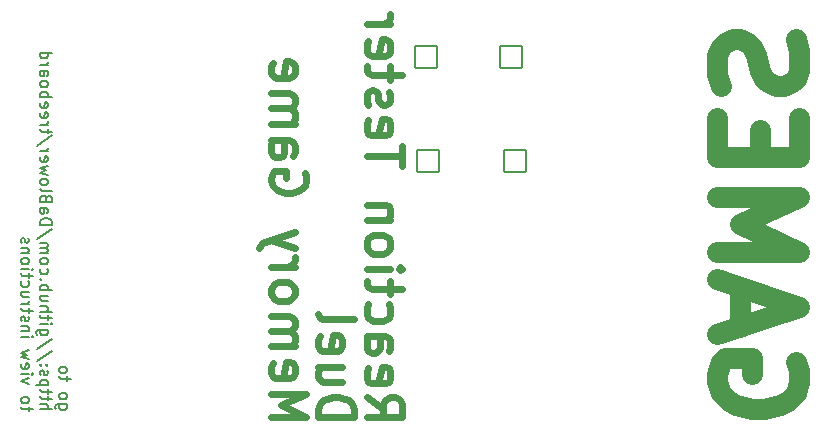
<source format=gbo>
%TF.GenerationSoftware,KiCad,Pcbnew,8.0.7*%
%TF.CreationDate,2025-06-28T19:36:39+10:00*%
%TF.ProjectId,fidget,66696467-6574-42e6-9b69-6361645f7063,rev?*%
%TF.SameCoordinates,Original*%
%TF.FileFunction,Legend,Bot*%
%TF.FilePolarity,Positive*%
%FSLAX46Y46*%
G04 Gerber Fmt 4.6, Leading zero omitted, Abs format (unit mm)*
G04 Created by KiCad (PCBNEW 8.0.7) date 2025-06-28 19:36:39*
%MOMM*%
%LPD*%
G01*
G04 APERTURE LIST*
G04 Aperture macros list*
%AMRoundRect*
0 Rectangle with rounded corners*
0 $1 Rounding radius*
0 $2 $3 $4 $5 $6 $7 $8 $9 X,Y pos of 4 corners*
0 Add a 4 corners polygon primitive as box body*
4,1,4,$2,$3,$4,$5,$6,$7,$8,$9,$2,$3,0*
0 Add four circle primitives for the rounded corners*
1,1,$1+$1,$2,$3*
1,1,$1+$1,$4,$5*
1,1,$1+$1,$6,$7*
1,1,$1+$1,$8,$9*
0 Add four rect primitives between the rounded corners*
20,1,$1+$1,$2,$3,$4,$5,0*
20,1,$1+$1,$4,$5,$6,$7,0*
20,1,$1+$1,$6,$7,$8,$9,0*
20,1,$1+$1,$8,$9,$2,$3,0*%
G04 Aperture macros list end*
%ADD10C,0.600000*%
%ADD11C,1.750000*%
%ADD12C,0.200000*%
%ADD13C,1.700000*%
%ADD14C,4.000000*%
%ADD15C,2.200000*%
%ADD16C,1.400000*%
%ADD17O,1.400000X1.400000*%
%ADD18C,2.019000*%
%ADD19RoundRect,0.102000X-0.907500X-0.907500X0.907500X-0.907500X0.907500X0.907500X-0.907500X0.907500X0*%
%ADD20C,1.524000*%
G04 APERTURE END LIST*
D10*
X132698342Y-104976692D02*
X134126914Y-105976692D01*
X132698342Y-106690978D02*
X135698342Y-106690978D01*
X135698342Y-106690978D02*
X135698342Y-105548121D01*
X135698342Y-105548121D02*
X135555485Y-105262406D01*
X135555485Y-105262406D02*
X135412628Y-105119549D01*
X135412628Y-105119549D02*
X135126914Y-104976692D01*
X135126914Y-104976692D02*
X134698342Y-104976692D01*
X134698342Y-104976692D02*
X134412628Y-105119549D01*
X134412628Y-105119549D02*
X134269771Y-105262406D01*
X134269771Y-105262406D02*
X134126914Y-105548121D01*
X134126914Y-105548121D02*
X134126914Y-106690978D01*
X132841200Y-102548121D02*
X132698342Y-102833835D01*
X132698342Y-102833835D02*
X132698342Y-103405264D01*
X132698342Y-103405264D02*
X132841200Y-103690978D01*
X132841200Y-103690978D02*
X133126914Y-103833835D01*
X133126914Y-103833835D02*
X134269771Y-103833835D01*
X134269771Y-103833835D02*
X134555485Y-103690978D01*
X134555485Y-103690978D02*
X134698342Y-103405264D01*
X134698342Y-103405264D02*
X134698342Y-102833835D01*
X134698342Y-102833835D02*
X134555485Y-102548121D01*
X134555485Y-102548121D02*
X134269771Y-102405264D01*
X134269771Y-102405264D02*
X133984057Y-102405264D01*
X133984057Y-102405264D02*
X133698342Y-103833835D01*
X132698342Y-99833835D02*
X134269771Y-99833835D01*
X134269771Y-99833835D02*
X134555485Y-99976692D01*
X134555485Y-99976692D02*
X134698342Y-100262406D01*
X134698342Y-100262406D02*
X134698342Y-100833835D01*
X134698342Y-100833835D02*
X134555485Y-101119549D01*
X132841200Y-99833835D02*
X132698342Y-100119549D01*
X132698342Y-100119549D02*
X132698342Y-100833835D01*
X132698342Y-100833835D02*
X132841200Y-101119549D01*
X132841200Y-101119549D02*
X133126914Y-101262406D01*
X133126914Y-101262406D02*
X133412628Y-101262406D01*
X133412628Y-101262406D02*
X133698342Y-101119549D01*
X133698342Y-101119549D02*
X133841200Y-100833835D01*
X133841200Y-100833835D02*
X133841200Y-100119549D01*
X133841200Y-100119549D02*
X133984057Y-99833835D01*
X132841200Y-97119549D02*
X132698342Y-97405263D01*
X132698342Y-97405263D02*
X132698342Y-97976691D01*
X132698342Y-97976691D02*
X132841200Y-98262406D01*
X132841200Y-98262406D02*
X132984057Y-98405263D01*
X132984057Y-98405263D02*
X133269771Y-98548120D01*
X133269771Y-98548120D02*
X134126914Y-98548120D01*
X134126914Y-98548120D02*
X134412628Y-98405263D01*
X134412628Y-98405263D02*
X134555485Y-98262406D01*
X134555485Y-98262406D02*
X134698342Y-97976691D01*
X134698342Y-97976691D02*
X134698342Y-97405263D01*
X134698342Y-97405263D02*
X134555485Y-97119549D01*
X134698342Y-96262405D02*
X134698342Y-95119548D01*
X135698342Y-95833834D02*
X133126914Y-95833834D01*
X133126914Y-95833834D02*
X132841200Y-95690977D01*
X132841200Y-95690977D02*
X132698342Y-95405262D01*
X132698342Y-95405262D02*
X132698342Y-95119548D01*
X132698342Y-94119548D02*
X134698342Y-94119548D01*
X135698342Y-94119548D02*
X135555485Y-94262405D01*
X135555485Y-94262405D02*
X135412628Y-94119548D01*
X135412628Y-94119548D02*
X135555485Y-93976691D01*
X135555485Y-93976691D02*
X135698342Y-94119548D01*
X135698342Y-94119548D02*
X135412628Y-94119548D01*
X132698342Y-92262405D02*
X132841200Y-92548120D01*
X132841200Y-92548120D02*
X132984057Y-92690977D01*
X132984057Y-92690977D02*
X133269771Y-92833834D01*
X133269771Y-92833834D02*
X134126914Y-92833834D01*
X134126914Y-92833834D02*
X134412628Y-92690977D01*
X134412628Y-92690977D02*
X134555485Y-92548120D01*
X134555485Y-92548120D02*
X134698342Y-92262405D01*
X134698342Y-92262405D02*
X134698342Y-91833834D01*
X134698342Y-91833834D02*
X134555485Y-91548120D01*
X134555485Y-91548120D02*
X134412628Y-91405263D01*
X134412628Y-91405263D02*
X134126914Y-91262405D01*
X134126914Y-91262405D02*
X133269771Y-91262405D01*
X133269771Y-91262405D02*
X132984057Y-91405263D01*
X132984057Y-91405263D02*
X132841200Y-91548120D01*
X132841200Y-91548120D02*
X132698342Y-91833834D01*
X132698342Y-91833834D02*
X132698342Y-92262405D01*
X134698342Y-89976691D02*
X132698342Y-89976691D01*
X134412628Y-89976691D02*
X134555485Y-89833834D01*
X134555485Y-89833834D02*
X134698342Y-89548119D01*
X134698342Y-89548119D02*
X134698342Y-89119548D01*
X134698342Y-89119548D02*
X134555485Y-88833834D01*
X134555485Y-88833834D02*
X134269771Y-88690977D01*
X134269771Y-88690977D02*
X132698342Y-88690977D01*
X135698342Y-85405262D02*
X135698342Y-83690977D01*
X132698342Y-84548119D02*
X135698342Y-84548119D01*
X132841200Y-81548120D02*
X132698342Y-81833834D01*
X132698342Y-81833834D02*
X132698342Y-82405263D01*
X132698342Y-82405263D02*
X132841200Y-82690977D01*
X132841200Y-82690977D02*
X133126914Y-82833834D01*
X133126914Y-82833834D02*
X134269771Y-82833834D01*
X134269771Y-82833834D02*
X134555485Y-82690977D01*
X134555485Y-82690977D02*
X134698342Y-82405263D01*
X134698342Y-82405263D02*
X134698342Y-81833834D01*
X134698342Y-81833834D02*
X134555485Y-81548120D01*
X134555485Y-81548120D02*
X134269771Y-81405263D01*
X134269771Y-81405263D02*
X133984057Y-81405263D01*
X133984057Y-81405263D02*
X133698342Y-82833834D01*
X132841200Y-80262405D02*
X132698342Y-79976691D01*
X132698342Y-79976691D02*
X132698342Y-79405262D01*
X132698342Y-79405262D02*
X132841200Y-79119548D01*
X132841200Y-79119548D02*
X133126914Y-78976691D01*
X133126914Y-78976691D02*
X133269771Y-78976691D01*
X133269771Y-78976691D02*
X133555485Y-79119548D01*
X133555485Y-79119548D02*
X133698342Y-79405262D01*
X133698342Y-79405262D02*
X133698342Y-79833834D01*
X133698342Y-79833834D02*
X133841200Y-80119548D01*
X133841200Y-80119548D02*
X134126914Y-80262405D01*
X134126914Y-80262405D02*
X134269771Y-80262405D01*
X134269771Y-80262405D02*
X134555485Y-80119548D01*
X134555485Y-80119548D02*
X134698342Y-79833834D01*
X134698342Y-79833834D02*
X134698342Y-79405262D01*
X134698342Y-79405262D02*
X134555485Y-79119548D01*
X134698342Y-78119548D02*
X134698342Y-76976691D01*
X135698342Y-77690977D02*
X133126914Y-77690977D01*
X133126914Y-77690977D02*
X132841200Y-77548120D01*
X132841200Y-77548120D02*
X132698342Y-77262405D01*
X132698342Y-77262405D02*
X132698342Y-76976691D01*
X132841200Y-74833834D02*
X132698342Y-75119548D01*
X132698342Y-75119548D02*
X132698342Y-75690977D01*
X132698342Y-75690977D02*
X132841200Y-75976691D01*
X132841200Y-75976691D02*
X133126914Y-76119548D01*
X133126914Y-76119548D02*
X134269771Y-76119548D01*
X134269771Y-76119548D02*
X134555485Y-75976691D01*
X134555485Y-75976691D02*
X134698342Y-75690977D01*
X134698342Y-75690977D02*
X134698342Y-75119548D01*
X134698342Y-75119548D02*
X134555485Y-74833834D01*
X134555485Y-74833834D02*
X134269771Y-74690977D01*
X134269771Y-74690977D02*
X133984057Y-74690977D01*
X133984057Y-74690977D02*
X133698342Y-76119548D01*
X132698342Y-73405262D02*
X134698342Y-73405262D01*
X134126914Y-73405262D02*
X134412628Y-73262405D01*
X134412628Y-73262405D02*
X134555485Y-73119548D01*
X134555485Y-73119548D02*
X134698342Y-72833833D01*
X134698342Y-72833833D02*
X134698342Y-72548119D01*
X128598342Y-106690978D02*
X131598342Y-106690978D01*
X131598342Y-106690978D02*
X131598342Y-105976692D01*
X131598342Y-105976692D02*
X131455485Y-105548121D01*
X131455485Y-105548121D02*
X131169771Y-105262406D01*
X131169771Y-105262406D02*
X130884057Y-105119549D01*
X130884057Y-105119549D02*
X130312628Y-104976692D01*
X130312628Y-104976692D02*
X129884057Y-104976692D01*
X129884057Y-104976692D02*
X129312628Y-105119549D01*
X129312628Y-105119549D02*
X129026914Y-105262406D01*
X129026914Y-105262406D02*
X128741200Y-105548121D01*
X128741200Y-105548121D02*
X128598342Y-105976692D01*
X128598342Y-105976692D02*
X128598342Y-106690978D01*
X130598342Y-102405264D02*
X128598342Y-102405264D01*
X130598342Y-103690978D02*
X129026914Y-103690978D01*
X129026914Y-103690978D02*
X128741200Y-103548121D01*
X128741200Y-103548121D02*
X128598342Y-103262406D01*
X128598342Y-103262406D02*
X128598342Y-102833835D01*
X128598342Y-102833835D02*
X128741200Y-102548121D01*
X128741200Y-102548121D02*
X128884057Y-102405264D01*
X128741200Y-99833835D02*
X128598342Y-100119549D01*
X128598342Y-100119549D02*
X128598342Y-100690978D01*
X128598342Y-100690978D02*
X128741200Y-100976692D01*
X128741200Y-100976692D02*
X129026914Y-101119549D01*
X129026914Y-101119549D02*
X130169771Y-101119549D01*
X130169771Y-101119549D02*
X130455485Y-100976692D01*
X130455485Y-100976692D02*
X130598342Y-100690978D01*
X130598342Y-100690978D02*
X130598342Y-100119549D01*
X130598342Y-100119549D02*
X130455485Y-99833835D01*
X130455485Y-99833835D02*
X130169771Y-99690978D01*
X130169771Y-99690978D02*
X129884057Y-99690978D01*
X129884057Y-99690978D02*
X129598342Y-101119549D01*
X128598342Y-97976691D02*
X128741200Y-98262406D01*
X128741200Y-98262406D02*
X129026914Y-98405263D01*
X129026914Y-98405263D02*
X131598342Y-98405263D01*
D11*
X169014332Y-102015351D02*
X169347665Y-102682018D01*
X169347665Y-102682018D02*
X169347665Y-103682018D01*
X169347665Y-103682018D02*
X169014332Y-104682018D01*
X169014332Y-104682018D02*
X168347665Y-105348685D01*
X168347665Y-105348685D02*
X167680999Y-105682018D01*
X167680999Y-105682018D02*
X166347665Y-106015351D01*
X166347665Y-106015351D02*
X165347665Y-106015351D01*
X165347665Y-106015351D02*
X164014332Y-105682018D01*
X164014332Y-105682018D02*
X163347665Y-105348685D01*
X163347665Y-105348685D02*
X162680999Y-104682018D01*
X162680999Y-104682018D02*
X162347665Y-103682018D01*
X162347665Y-103682018D02*
X162347665Y-103015351D01*
X162347665Y-103015351D02*
X162680999Y-102015351D01*
X162680999Y-102015351D02*
X163014332Y-101682018D01*
X163014332Y-101682018D02*
X165347665Y-101682018D01*
X165347665Y-101682018D02*
X165347665Y-103015351D01*
X164347665Y-99015351D02*
X164347665Y-95682018D01*
X162347665Y-99682018D02*
X169347665Y-97348685D01*
X169347665Y-97348685D02*
X162347665Y-95015351D01*
X162347665Y-92682018D02*
X169347665Y-92682018D01*
X169347665Y-92682018D02*
X164347665Y-90348685D01*
X164347665Y-90348685D02*
X169347665Y-88015351D01*
X169347665Y-88015351D02*
X162347665Y-88015351D01*
X166014332Y-84682018D02*
X166014332Y-82348685D01*
X162347665Y-81348685D02*
X162347665Y-84682018D01*
X162347665Y-84682018D02*
X169347665Y-84682018D01*
X169347665Y-84682018D02*
X169347665Y-81348685D01*
X162680999Y-78682018D02*
X162347665Y-77682018D01*
X162347665Y-77682018D02*
X162347665Y-76015352D01*
X162347665Y-76015352D02*
X162680999Y-75348685D01*
X162680999Y-75348685D02*
X163014332Y-75015352D01*
X163014332Y-75015352D02*
X163680999Y-74682018D01*
X163680999Y-74682018D02*
X164347665Y-74682018D01*
X164347665Y-74682018D02*
X165014332Y-75015352D01*
X165014332Y-75015352D02*
X165347665Y-75348685D01*
X165347665Y-75348685D02*
X165680999Y-76015352D01*
X165680999Y-76015352D02*
X166014332Y-77348685D01*
X166014332Y-77348685D02*
X166347665Y-78015352D01*
X166347665Y-78015352D02*
X166680999Y-78348685D01*
X166680999Y-78348685D02*
X167347665Y-78682018D01*
X167347665Y-78682018D02*
X168014332Y-78682018D01*
X168014332Y-78682018D02*
X168680999Y-78348685D01*
X168680999Y-78348685D02*
X169014332Y-78015352D01*
X169014332Y-78015352D02*
X169347665Y-77348685D01*
X169347665Y-77348685D02*
X169347665Y-75682018D01*
X169347665Y-75682018D02*
X169014332Y-74682018D01*
D12*
X107319335Y-105601755D02*
X106509811Y-105601755D01*
X106509811Y-105601755D02*
X106414573Y-105649374D01*
X106414573Y-105649374D02*
X106366954Y-105696993D01*
X106366954Y-105696993D02*
X106319335Y-105792231D01*
X106319335Y-105792231D02*
X106319335Y-105935088D01*
X106319335Y-105935088D02*
X106366954Y-106030326D01*
X106700288Y-105601755D02*
X106652668Y-105696993D01*
X106652668Y-105696993D02*
X106652668Y-105887469D01*
X106652668Y-105887469D02*
X106700288Y-105982707D01*
X106700288Y-105982707D02*
X106747907Y-106030326D01*
X106747907Y-106030326D02*
X106843145Y-106077945D01*
X106843145Y-106077945D02*
X107128859Y-106077945D01*
X107128859Y-106077945D02*
X107224097Y-106030326D01*
X107224097Y-106030326D02*
X107271716Y-105982707D01*
X107271716Y-105982707D02*
X107319335Y-105887469D01*
X107319335Y-105887469D02*
X107319335Y-105696993D01*
X107319335Y-105696993D02*
X107271716Y-105601755D01*
X106652668Y-104982707D02*
X106700288Y-105077945D01*
X106700288Y-105077945D02*
X106747907Y-105125564D01*
X106747907Y-105125564D02*
X106843145Y-105173183D01*
X106843145Y-105173183D02*
X107128859Y-105173183D01*
X107128859Y-105173183D02*
X107224097Y-105125564D01*
X107224097Y-105125564D02*
X107271716Y-105077945D01*
X107271716Y-105077945D02*
X107319335Y-104982707D01*
X107319335Y-104982707D02*
X107319335Y-104839850D01*
X107319335Y-104839850D02*
X107271716Y-104744612D01*
X107271716Y-104744612D02*
X107224097Y-104696993D01*
X107224097Y-104696993D02*
X107128859Y-104649374D01*
X107128859Y-104649374D02*
X106843145Y-104649374D01*
X106843145Y-104649374D02*
X106747907Y-104696993D01*
X106747907Y-104696993D02*
X106700288Y-104744612D01*
X106700288Y-104744612D02*
X106652668Y-104839850D01*
X106652668Y-104839850D02*
X106652668Y-104982707D01*
X107319335Y-103601754D02*
X107319335Y-103220802D01*
X107652668Y-103458897D02*
X106795526Y-103458897D01*
X106795526Y-103458897D02*
X106700288Y-103411278D01*
X106700288Y-103411278D02*
X106652668Y-103316040D01*
X106652668Y-103316040D02*
X106652668Y-103220802D01*
X106652668Y-102744611D02*
X106700288Y-102839849D01*
X106700288Y-102839849D02*
X106747907Y-102887468D01*
X106747907Y-102887468D02*
X106843145Y-102935087D01*
X106843145Y-102935087D02*
X107128859Y-102935087D01*
X107128859Y-102935087D02*
X107224097Y-102887468D01*
X107224097Y-102887468D02*
X107271716Y-102839849D01*
X107271716Y-102839849D02*
X107319335Y-102744611D01*
X107319335Y-102744611D02*
X107319335Y-102601754D01*
X107319335Y-102601754D02*
X107271716Y-102506516D01*
X107271716Y-102506516D02*
X107224097Y-102458897D01*
X107224097Y-102458897D02*
X107128859Y-102411278D01*
X107128859Y-102411278D02*
X106843145Y-102411278D01*
X106843145Y-102411278D02*
X106747907Y-102458897D01*
X106747907Y-102458897D02*
X106700288Y-102506516D01*
X106700288Y-102506516D02*
X106652668Y-102601754D01*
X106652668Y-102601754D02*
X106652668Y-102744611D01*
X105042724Y-106030326D02*
X106042724Y-106030326D01*
X105042724Y-105601755D02*
X105566534Y-105601755D01*
X105566534Y-105601755D02*
X105661772Y-105649374D01*
X105661772Y-105649374D02*
X105709391Y-105744612D01*
X105709391Y-105744612D02*
X105709391Y-105887469D01*
X105709391Y-105887469D02*
X105661772Y-105982707D01*
X105661772Y-105982707D02*
X105614153Y-106030326D01*
X105709391Y-105268421D02*
X105709391Y-104887469D01*
X106042724Y-105125564D02*
X105185582Y-105125564D01*
X105185582Y-105125564D02*
X105090344Y-105077945D01*
X105090344Y-105077945D02*
X105042724Y-104982707D01*
X105042724Y-104982707D02*
X105042724Y-104887469D01*
X105709391Y-104696992D02*
X105709391Y-104316040D01*
X106042724Y-104554135D02*
X105185582Y-104554135D01*
X105185582Y-104554135D02*
X105090344Y-104506516D01*
X105090344Y-104506516D02*
X105042724Y-104411278D01*
X105042724Y-104411278D02*
X105042724Y-104316040D01*
X105709391Y-103982706D02*
X104709391Y-103982706D01*
X105661772Y-103982706D02*
X105709391Y-103887468D01*
X105709391Y-103887468D02*
X105709391Y-103696992D01*
X105709391Y-103696992D02*
X105661772Y-103601754D01*
X105661772Y-103601754D02*
X105614153Y-103554135D01*
X105614153Y-103554135D02*
X105518915Y-103506516D01*
X105518915Y-103506516D02*
X105233201Y-103506516D01*
X105233201Y-103506516D02*
X105137963Y-103554135D01*
X105137963Y-103554135D02*
X105090344Y-103601754D01*
X105090344Y-103601754D02*
X105042724Y-103696992D01*
X105042724Y-103696992D02*
X105042724Y-103887468D01*
X105042724Y-103887468D02*
X105090344Y-103982706D01*
X105090344Y-103125563D02*
X105042724Y-103030325D01*
X105042724Y-103030325D02*
X105042724Y-102839849D01*
X105042724Y-102839849D02*
X105090344Y-102744611D01*
X105090344Y-102744611D02*
X105185582Y-102696992D01*
X105185582Y-102696992D02*
X105233201Y-102696992D01*
X105233201Y-102696992D02*
X105328439Y-102744611D01*
X105328439Y-102744611D02*
X105376058Y-102839849D01*
X105376058Y-102839849D02*
X105376058Y-102982706D01*
X105376058Y-102982706D02*
X105423677Y-103077944D01*
X105423677Y-103077944D02*
X105518915Y-103125563D01*
X105518915Y-103125563D02*
X105566534Y-103125563D01*
X105566534Y-103125563D02*
X105661772Y-103077944D01*
X105661772Y-103077944D02*
X105709391Y-102982706D01*
X105709391Y-102982706D02*
X105709391Y-102839849D01*
X105709391Y-102839849D02*
X105661772Y-102744611D01*
X105137963Y-102268420D02*
X105090344Y-102220801D01*
X105090344Y-102220801D02*
X105042724Y-102268420D01*
X105042724Y-102268420D02*
X105090344Y-102316039D01*
X105090344Y-102316039D02*
X105137963Y-102268420D01*
X105137963Y-102268420D02*
X105042724Y-102268420D01*
X105661772Y-102268420D02*
X105614153Y-102220801D01*
X105614153Y-102220801D02*
X105566534Y-102268420D01*
X105566534Y-102268420D02*
X105614153Y-102316039D01*
X105614153Y-102316039D02*
X105661772Y-102268420D01*
X105661772Y-102268420D02*
X105566534Y-102268420D01*
X106090344Y-101077945D02*
X104804629Y-101935087D01*
X106090344Y-100030326D02*
X104804629Y-100887468D01*
X105709391Y-99268421D02*
X104899867Y-99268421D01*
X104899867Y-99268421D02*
X104804629Y-99316040D01*
X104804629Y-99316040D02*
X104757010Y-99363659D01*
X104757010Y-99363659D02*
X104709391Y-99458897D01*
X104709391Y-99458897D02*
X104709391Y-99601754D01*
X104709391Y-99601754D02*
X104757010Y-99696992D01*
X105090344Y-99268421D02*
X105042724Y-99363659D01*
X105042724Y-99363659D02*
X105042724Y-99554135D01*
X105042724Y-99554135D02*
X105090344Y-99649373D01*
X105090344Y-99649373D02*
X105137963Y-99696992D01*
X105137963Y-99696992D02*
X105233201Y-99744611D01*
X105233201Y-99744611D02*
X105518915Y-99744611D01*
X105518915Y-99744611D02*
X105614153Y-99696992D01*
X105614153Y-99696992D02*
X105661772Y-99649373D01*
X105661772Y-99649373D02*
X105709391Y-99554135D01*
X105709391Y-99554135D02*
X105709391Y-99363659D01*
X105709391Y-99363659D02*
X105661772Y-99268421D01*
X105042724Y-98792230D02*
X105709391Y-98792230D01*
X106042724Y-98792230D02*
X105995105Y-98839849D01*
X105995105Y-98839849D02*
X105947486Y-98792230D01*
X105947486Y-98792230D02*
X105995105Y-98744611D01*
X105995105Y-98744611D02*
X106042724Y-98792230D01*
X106042724Y-98792230D02*
X105947486Y-98792230D01*
X105709391Y-98458897D02*
X105709391Y-98077945D01*
X106042724Y-98316040D02*
X105185582Y-98316040D01*
X105185582Y-98316040D02*
X105090344Y-98268421D01*
X105090344Y-98268421D02*
X105042724Y-98173183D01*
X105042724Y-98173183D02*
X105042724Y-98077945D01*
X105042724Y-97744611D02*
X106042724Y-97744611D01*
X105042724Y-97316040D02*
X105566534Y-97316040D01*
X105566534Y-97316040D02*
X105661772Y-97363659D01*
X105661772Y-97363659D02*
X105709391Y-97458897D01*
X105709391Y-97458897D02*
X105709391Y-97601754D01*
X105709391Y-97601754D02*
X105661772Y-97696992D01*
X105661772Y-97696992D02*
X105614153Y-97744611D01*
X105709391Y-96411278D02*
X105042724Y-96411278D01*
X105709391Y-96839849D02*
X105185582Y-96839849D01*
X105185582Y-96839849D02*
X105090344Y-96792230D01*
X105090344Y-96792230D02*
X105042724Y-96696992D01*
X105042724Y-96696992D02*
X105042724Y-96554135D01*
X105042724Y-96554135D02*
X105090344Y-96458897D01*
X105090344Y-96458897D02*
X105137963Y-96411278D01*
X105042724Y-95935087D02*
X106042724Y-95935087D01*
X105661772Y-95935087D02*
X105709391Y-95839849D01*
X105709391Y-95839849D02*
X105709391Y-95649373D01*
X105709391Y-95649373D02*
X105661772Y-95554135D01*
X105661772Y-95554135D02*
X105614153Y-95506516D01*
X105614153Y-95506516D02*
X105518915Y-95458897D01*
X105518915Y-95458897D02*
X105233201Y-95458897D01*
X105233201Y-95458897D02*
X105137963Y-95506516D01*
X105137963Y-95506516D02*
X105090344Y-95554135D01*
X105090344Y-95554135D02*
X105042724Y-95649373D01*
X105042724Y-95649373D02*
X105042724Y-95839849D01*
X105042724Y-95839849D02*
X105090344Y-95935087D01*
X105137963Y-95030325D02*
X105090344Y-94982706D01*
X105090344Y-94982706D02*
X105042724Y-95030325D01*
X105042724Y-95030325D02*
X105090344Y-95077944D01*
X105090344Y-95077944D02*
X105137963Y-95030325D01*
X105137963Y-95030325D02*
X105042724Y-95030325D01*
X105090344Y-94125564D02*
X105042724Y-94220802D01*
X105042724Y-94220802D02*
X105042724Y-94411278D01*
X105042724Y-94411278D02*
X105090344Y-94506516D01*
X105090344Y-94506516D02*
X105137963Y-94554135D01*
X105137963Y-94554135D02*
X105233201Y-94601754D01*
X105233201Y-94601754D02*
X105518915Y-94601754D01*
X105518915Y-94601754D02*
X105614153Y-94554135D01*
X105614153Y-94554135D02*
X105661772Y-94506516D01*
X105661772Y-94506516D02*
X105709391Y-94411278D01*
X105709391Y-94411278D02*
X105709391Y-94220802D01*
X105709391Y-94220802D02*
X105661772Y-94125564D01*
X105042724Y-93554135D02*
X105090344Y-93649373D01*
X105090344Y-93649373D02*
X105137963Y-93696992D01*
X105137963Y-93696992D02*
X105233201Y-93744611D01*
X105233201Y-93744611D02*
X105518915Y-93744611D01*
X105518915Y-93744611D02*
X105614153Y-93696992D01*
X105614153Y-93696992D02*
X105661772Y-93649373D01*
X105661772Y-93649373D02*
X105709391Y-93554135D01*
X105709391Y-93554135D02*
X105709391Y-93411278D01*
X105709391Y-93411278D02*
X105661772Y-93316040D01*
X105661772Y-93316040D02*
X105614153Y-93268421D01*
X105614153Y-93268421D02*
X105518915Y-93220802D01*
X105518915Y-93220802D02*
X105233201Y-93220802D01*
X105233201Y-93220802D02*
X105137963Y-93268421D01*
X105137963Y-93268421D02*
X105090344Y-93316040D01*
X105090344Y-93316040D02*
X105042724Y-93411278D01*
X105042724Y-93411278D02*
X105042724Y-93554135D01*
X105042724Y-92792230D02*
X105709391Y-92792230D01*
X105614153Y-92792230D02*
X105661772Y-92744611D01*
X105661772Y-92744611D02*
X105709391Y-92649373D01*
X105709391Y-92649373D02*
X105709391Y-92506516D01*
X105709391Y-92506516D02*
X105661772Y-92411278D01*
X105661772Y-92411278D02*
X105566534Y-92363659D01*
X105566534Y-92363659D02*
X105042724Y-92363659D01*
X105566534Y-92363659D02*
X105661772Y-92316040D01*
X105661772Y-92316040D02*
X105709391Y-92220802D01*
X105709391Y-92220802D02*
X105709391Y-92077945D01*
X105709391Y-92077945D02*
X105661772Y-91982706D01*
X105661772Y-91982706D02*
X105566534Y-91935087D01*
X105566534Y-91935087D02*
X105042724Y-91935087D01*
X106090344Y-90744612D02*
X104804629Y-91601754D01*
X105042724Y-90411278D02*
X106042724Y-90411278D01*
X106042724Y-90411278D02*
X106042724Y-90173183D01*
X106042724Y-90173183D02*
X105995105Y-90030326D01*
X105995105Y-90030326D02*
X105899867Y-89935088D01*
X105899867Y-89935088D02*
X105804629Y-89887469D01*
X105804629Y-89887469D02*
X105614153Y-89839850D01*
X105614153Y-89839850D02*
X105471296Y-89839850D01*
X105471296Y-89839850D02*
X105280820Y-89887469D01*
X105280820Y-89887469D02*
X105185582Y-89935088D01*
X105185582Y-89935088D02*
X105090344Y-90030326D01*
X105090344Y-90030326D02*
X105042724Y-90173183D01*
X105042724Y-90173183D02*
X105042724Y-90411278D01*
X105042724Y-88982707D02*
X105566534Y-88982707D01*
X105566534Y-88982707D02*
X105661772Y-89030326D01*
X105661772Y-89030326D02*
X105709391Y-89125564D01*
X105709391Y-89125564D02*
X105709391Y-89316040D01*
X105709391Y-89316040D02*
X105661772Y-89411278D01*
X105090344Y-88982707D02*
X105042724Y-89077945D01*
X105042724Y-89077945D02*
X105042724Y-89316040D01*
X105042724Y-89316040D02*
X105090344Y-89411278D01*
X105090344Y-89411278D02*
X105185582Y-89458897D01*
X105185582Y-89458897D02*
X105280820Y-89458897D01*
X105280820Y-89458897D02*
X105376058Y-89411278D01*
X105376058Y-89411278D02*
X105423677Y-89316040D01*
X105423677Y-89316040D02*
X105423677Y-89077945D01*
X105423677Y-89077945D02*
X105471296Y-88982707D01*
X105566534Y-88173183D02*
X105518915Y-88030326D01*
X105518915Y-88030326D02*
X105471296Y-87982707D01*
X105471296Y-87982707D02*
X105376058Y-87935088D01*
X105376058Y-87935088D02*
X105233201Y-87935088D01*
X105233201Y-87935088D02*
X105137963Y-87982707D01*
X105137963Y-87982707D02*
X105090344Y-88030326D01*
X105090344Y-88030326D02*
X105042724Y-88125564D01*
X105042724Y-88125564D02*
X105042724Y-88506516D01*
X105042724Y-88506516D02*
X106042724Y-88506516D01*
X106042724Y-88506516D02*
X106042724Y-88173183D01*
X106042724Y-88173183D02*
X105995105Y-88077945D01*
X105995105Y-88077945D02*
X105947486Y-88030326D01*
X105947486Y-88030326D02*
X105852248Y-87982707D01*
X105852248Y-87982707D02*
X105757010Y-87982707D01*
X105757010Y-87982707D02*
X105661772Y-88030326D01*
X105661772Y-88030326D02*
X105614153Y-88077945D01*
X105614153Y-88077945D02*
X105566534Y-88173183D01*
X105566534Y-88173183D02*
X105566534Y-88506516D01*
X105042724Y-87363659D02*
X105090344Y-87458897D01*
X105090344Y-87458897D02*
X105185582Y-87506516D01*
X105185582Y-87506516D02*
X106042724Y-87506516D01*
X105042724Y-86839849D02*
X105090344Y-86935087D01*
X105090344Y-86935087D02*
X105137963Y-86982706D01*
X105137963Y-86982706D02*
X105233201Y-87030325D01*
X105233201Y-87030325D02*
X105518915Y-87030325D01*
X105518915Y-87030325D02*
X105614153Y-86982706D01*
X105614153Y-86982706D02*
X105661772Y-86935087D01*
X105661772Y-86935087D02*
X105709391Y-86839849D01*
X105709391Y-86839849D02*
X105709391Y-86696992D01*
X105709391Y-86696992D02*
X105661772Y-86601754D01*
X105661772Y-86601754D02*
X105614153Y-86554135D01*
X105614153Y-86554135D02*
X105518915Y-86506516D01*
X105518915Y-86506516D02*
X105233201Y-86506516D01*
X105233201Y-86506516D02*
X105137963Y-86554135D01*
X105137963Y-86554135D02*
X105090344Y-86601754D01*
X105090344Y-86601754D02*
X105042724Y-86696992D01*
X105042724Y-86696992D02*
X105042724Y-86839849D01*
X105709391Y-86173182D02*
X105042724Y-85982706D01*
X105042724Y-85982706D02*
X105518915Y-85792230D01*
X105518915Y-85792230D02*
X105042724Y-85601754D01*
X105042724Y-85601754D02*
X105709391Y-85411278D01*
X105090344Y-84649373D02*
X105042724Y-84744611D01*
X105042724Y-84744611D02*
X105042724Y-84935087D01*
X105042724Y-84935087D02*
X105090344Y-85030325D01*
X105090344Y-85030325D02*
X105185582Y-85077944D01*
X105185582Y-85077944D02*
X105566534Y-85077944D01*
X105566534Y-85077944D02*
X105661772Y-85030325D01*
X105661772Y-85030325D02*
X105709391Y-84935087D01*
X105709391Y-84935087D02*
X105709391Y-84744611D01*
X105709391Y-84744611D02*
X105661772Y-84649373D01*
X105661772Y-84649373D02*
X105566534Y-84601754D01*
X105566534Y-84601754D02*
X105471296Y-84601754D01*
X105471296Y-84601754D02*
X105376058Y-85077944D01*
X105042724Y-84173182D02*
X105709391Y-84173182D01*
X105518915Y-84173182D02*
X105614153Y-84125563D01*
X105614153Y-84125563D02*
X105661772Y-84077944D01*
X105661772Y-84077944D02*
X105709391Y-83982706D01*
X105709391Y-83982706D02*
X105709391Y-83887468D01*
X106090344Y-82839849D02*
X104804629Y-83696991D01*
X105709391Y-82649372D02*
X105709391Y-82268420D01*
X106042724Y-82506515D02*
X105185582Y-82506515D01*
X105185582Y-82506515D02*
X105090344Y-82458896D01*
X105090344Y-82458896D02*
X105042724Y-82363658D01*
X105042724Y-82363658D02*
X105042724Y-82268420D01*
X105042724Y-81935086D02*
X105709391Y-81935086D01*
X105518915Y-81935086D02*
X105614153Y-81887467D01*
X105614153Y-81887467D02*
X105661772Y-81839848D01*
X105661772Y-81839848D02*
X105709391Y-81744610D01*
X105709391Y-81744610D02*
X105709391Y-81649372D01*
X105090344Y-80935086D02*
X105042724Y-81030324D01*
X105042724Y-81030324D02*
X105042724Y-81220800D01*
X105042724Y-81220800D02*
X105090344Y-81316038D01*
X105090344Y-81316038D02*
X105185582Y-81363657D01*
X105185582Y-81363657D02*
X105566534Y-81363657D01*
X105566534Y-81363657D02*
X105661772Y-81316038D01*
X105661772Y-81316038D02*
X105709391Y-81220800D01*
X105709391Y-81220800D02*
X105709391Y-81030324D01*
X105709391Y-81030324D02*
X105661772Y-80935086D01*
X105661772Y-80935086D02*
X105566534Y-80887467D01*
X105566534Y-80887467D02*
X105471296Y-80887467D01*
X105471296Y-80887467D02*
X105376058Y-81363657D01*
X105090344Y-80077943D02*
X105042724Y-80173181D01*
X105042724Y-80173181D02*
X105042724Y-80363657D01*
X105042724Y-80363657D02*
X105090344Y-80458895D01*
X105090344Y-80458895D02*
X105185582Y-80506514D01*
X105185582Y-80506514D02*
X105566534Y-80506514D01*
X105566534Y-80506514D02*
X105661772Y-80458895D01*
X105661772Y-80458895D02*
X105709391Y-80363657D01*
X105709391Y-80363657D02*
X105709391Y-80173181D01*
X105709391Y-80173181D02*
X105661772Y-80077943D01*
X105661772Y-80077943D02*
X105566534Y-80030324D01*
X105566534Y-80030324D02*
X105471296Y-80030324D01*
X105471296Y-80030324D02*
X105376058Y-80506514D01*
X105042724Y-79601752D02*
X106042724Y-79601752D01*
X105661772Y-79601752D02*
X105709391Y-79506514D01*
X105709391Y-79506514D02*
X105709391Y-79316038D01*
X105709391Y-79316038D02*
X105661772Y-79220800D01*
X105661772Y-79220800D02*
X105614153Y-79173181D01*
X105614153Y-79173181D02*
X105518915Y-79125562D01*
X105518915Y-79125562D02*
X105233201Y-79125562D01*
X105233201Y-79125562D02*
X105137963Y-79173181D01*
X105137963Y-79173181D02*
X105090344Y-79220800D01*
X105090344Y-79220800D02*
X105042724Y-79316038D01*
X105042724Y-79316038D02*
X105042724Y-79506514D01*
X105042724Y-79506514D02*
X105090344Y-79601752D01*
X105042724Y-78554133D02*
X105090344Y-78649371D01*
X105090344Y-78649371D02*
X105137963Y-78696990D01*
X105137963Y-78696990D02*
X105233201Y-78744609D01*
X105233201Y-78744609D02*
X105518915Y-78744609D01*
X105518915Y-78744609D02*
X105614153Y-78696990D01*
X105614153Y-78696990D02*
X105661772Y-78649371D01*
X105661772Y-78649371D02*
X105709391Y-78554133D01*
X105709391Y-78554133D02*
X105709391Y-78411276D01*
X105709391Y-78411276D02*
X105661772Y-78316038D01*
X105661772Y-78316038D02*
X105614153Y-78268419D01*
X105614153Y-78268419D02*
X105518915Y-78220800D01*
X105518915Y-78220800D02*
X105233201Y-78220800D01*
X105233201Y-78220800D02*
X105137963Y-78268419D01*
X105137963Y-78268419D02*
X105090344Y-78316038D01*
X105090344Y-78316038D02*
X105042724Y-78411276D01*
X105042724Y-78411276D02*
X105042724Y-78554133D01*
X105042724Y-77363657D02*
X105566534Y-77363657D01*
X105566534Y-77363657D02*
X105661772Y-77411276D01*
X105661772Y-77411276D02*
X105709391Y-77506514D01*
X105709391Y-77506514D02*
X105709391Y-77696990D01*
X105709391Y-77696990D02*
X105661772Y-77792228D01*
X105090344Y-77363657D02*
X105042724Y-77458895D01*
X105042724Y-77458895D02*
X105042724Y-77696990D01*
X105042724Y-77696990D02*
X105090344Y-77792228D01*
X105090344Y-77792228D02*
X105185582Y-77839847D01*
X105185582Y-77839847D02*
X105280820Y-77839847D01*
X105280820Y-77839847D02*
X105376058Y-77792228D01*
X105376058Y-77792228D02*
X105423677Y-77696990D01*
X105423677Y-77696990D02*
X105423677Y-77458895D01*
X105423677Y-77458895D02*
X105471296Y-77363657D01*
X105042724Y-76887466D02*
X105709391Y-76887466D01*
X105518915Y-76887466D02*
X105614153Y-76839847D01*
X105614153Y-76839847D02*
X105661772Y-76792228D01*
X105661772Y-76792228D02*
X105709391Y-76696990D01*
X105709391Y-76696990D02*
X105709391Y-76601752D01*
X105042724Y-75839847D02*
X106042724Y-75839847D01*
X105090344Y-75839847D02*
X105042724Y-75935085D01*
X105042724Y-75935085D02*
X105042724Y-76125561D01*
X105042724Y-76125561D02*
X105090344Y-76220799D01*
X105090344Y-76220799D02*
X105137963Y-76268418D01*
X105137963Y-76268418D02*
X105233201Y-76316037D01*
X105233201Y-76316037D02*
X105518915Y-76316037D01*
X105518915Y-76316037D02*
X105614153Y-76268418D01*
X105614153Y-76268418D02*
X105661772Y-76220799D01*
X105661772Y-76220799D02*
X105709391Y-76125561D01*
X105709391Y-76125561D02*
X105709391Y-75935085D01*
X105709391Y-75935085D02*
X105661772Y-75839847D01*
X104099447Y-106173183D02*
X104099447Y-105792231D01*
X104432780Y-106030326D02*
X103575638Y-106030326D01*
X103575638Y-106030326D02*
X103480400Y-105982707D01*
X103480400Y-105982707D02*
X103432780Y-105887469D01*
X103432780Y-105887469D02*
X103432780Y-105792231D01*
X103432780Y-105316040D02*
X103480400Y-105411278D01*
X103480400Y-105411278D02*
X103528019Y-105458897D01*
X103528019Y-105458897D02*
X103623257Y-105506516D01*
X103623257Y-105506516D02*
X103908971Y-105506516D01*
X103908971Y-105506516D02*
X104004209Y-105458897D01*
X104004209Y-105458897D02*
X104051828Y-105411278D01*
X104051828Y-105411278D02*
X104099447Y-105316040D01*
X104099447Y-105316040D02*
X104099447Y-105173183D01*
X104099447Y-105173183D02*
X104051828Y-105077945D01*
X104051828Y-105077945D02*
X104004209Y-105030326D01*
X104004209Y-105030326D02*
X103908971Y-104982707D01*
X103908971Y-104982707D02*
X103623257Y-104982707D01*
X103623257Y-104982707D02*
X103528019Y-105030326D01*
X103528019Y-105030326D02*
X103480400Y-105077945D01*
X103480400Y-105077945D02*
X103432780Y-105173183D01*
X103432780Y-105173183D02*
X103432780Y-105316040D01*
X104099447Y-103887468D02*
X103432780Y-103649373D01*
X103432780Y-103649373D02*
X104099447Y-103411278D01*
X103432780Y-103030325D02*
X104099447Y-103030325D01*
X104432780Y-103030325D02*
X104385161Y-103077944D01*
X104385161Y-103077944D02*
X104337542Y-103030325D01*
X104337542Y-103030325D02*
X104385161Y-102982706D01*
X104385161Y-102982706D02*
X104432780Y-103030325D01*
X104432780Y-103030325D02*
X104337542Y-103030325D01*
X103480400Y-102173183D02*
X103432780Y-102268421D01*
X103432780Y-102268421D02*
X103432780Y-102458897D01*
X103432780Y-102458897D02*
X103480400Y-102554135D01*
X103480400Y-102554135D02*
X103575638Y-102601754D01*
X103575638Y-102601754D02*
X103956590Y-102601754D01*
X103956590Y-102601754D02*
X104051828Y-102554135D01*
X104051828Y-102554135D02*
X104099447Y-102458897D01*
X104099447Y-102458897D02*
X104099447Y-102268421D01*
X104099447Y-102268421D02*
X104051828Y-102173183D01*
X104051828Y-102173183D02*
X103956590Y-102125564D01*
X103956590Y-102125564D02*
X103861352Y-102125564D01*
X103861352Y-102125564D02*
X103766114Y-102601754D01*
X104099447Y-101792230D02*
X103432780Y-101601754D01*
X103432780Y-101601754D02*
X103908971Y-101411278D01*
X103908971Y-101411278D02*
X103432780Y-101220802D01*
X103432780Y-101220802D02*
X104099447Y-101030326D01*
X103432780Y-99887468D02*
X104099447Y-99887468D01*
X104432780Y-99887468D02*
X104385161Y-99935087D01*
X104385161Y-99935087D02*
X104337542Y-99887468D01*
X104337542Y-99887468D02*
X104385161Y-99839849D01*
X104385161Y-99839849D02*
X104432780Y-99887468D01*
X104432780Y-99887468D02*
X104337542Y-99887468D01*
X104099447Y-99411278D02*
X103432780Y-99411278D01*
X104004209Y-99411278D02*
X104051828Y-99363659D01*
X104051828Y-99363659D02*
X104099447Y-99268421D01*
X104099447Y-99268421D02*
X104099447Y-99125564D01*
X104099447Y-99125564D02*
X104051828Y-99030326D01*
X104051828Y-99030326D02*
X103956590Y-98982707D01*
X103956590Y-98982707D02*
X103432780Y-98982707D01*
X103480400Y-98554135D02*
X103432780Y-98458897D01*
X103432780Y-98458897D02*
X103432780Y-98268421D01*
X103432780Y-98268421D02*
X103480400Y-98173183D01*
X103480400Y-98173183D02*
X103575638Y-98125564D01*
X103575638Y-98125564D02*
X103623257Y-98125564D01*
X103623257Y-98125564D02*
X103718495Y-98173183D01*
X103718495Y-98173183D02*
X103766114Y-98268421D01*
X103766114Y-98268421D02*
X103766114Y-98411278D01*
X103766114Y-98411278D02*
X103813733Y-98506516D01*
X103813733Y-98506516D02*
X103908971Y-98554135D01*
X103908971Y-98554135D02*
X103956590Y-98554135D01*
X103956590Y-98554135D02*
X104051828Y-98506516D01*
X104051828Y-98506516D02*
X104099447Y-98411278D01*
X104099447Y-98411278D02*
X104099447Y-98268421D01*
X104099447Y-98268421D02*
X104051828Y-98173183D01*
X104099447Y-97839849D02*
X104099447Y-97458897D01*
X104432780Y-97696992D02*
X103575638Y-97696992D01*
X103575638Y-97696992D02*
X103480400Y-97649373D01*
X103480400Y-97649373D02*
X103432780Y-97554135D01*
X103432780Y-97554135D02*
X103432780Y-97458897D01*
X103432780Y-97125563D02*
X104099447Y-97125563D01*
X103908971Y-97125563D02*
X104004209Y-97077944D01*
X104004209Y-97077944D02*
X104051828Y-97030325D01*
X104051828Y-97030325D02*
X104099447Y-96935087D01*
X104099447Y-96935087D02*
X104099447Y-96839849D01*
X104099447Y-96077944D02*
X103432780Y-96077944D01*
X104099447Y-96506515D02*
X103575638Y-96506515D01*
X103575638Y-96506515D02*
X103480400Y-96458896D01*
X103480400Y-96458896D02*
X103432780Y-96363658D01*
X103432780Y-96363658D02*
X103432780Y-96220801D01*
X103432780Y-96220801D02*
X103480400Y-96125563D01*
X103480400Y-96125563D02*
X103528019Y-96077944D01*
X103480400Y-95173182D02*
X103432780Y-95268420D01*
X103432780Y-95268420D02*
X103432780Y-95458896D01*
X103432780Y-95458896D02*
X103480400Y-95554134D01*
X103480400Y-95554134D02*
X103528019Y-95601753D01*
X103528019Y-95601753D02*
X103623257Y-95649372D01*
X103623257Y-95649372D02*
X103908971Y-95649372D01*
X103908971Y-95649372D02*
X104004209Y-95601753D01*
X104004209Y-95601753D02*
X104051828Y-95554134D01*
X104051828Y-95554134D02*
X104099447Y-95458896D01*
X104099447Y-95458896D02*
X104099447Y-95268420D01*
X104099447Y-95268420D02*
X104051828Y-95173182D01*
X104099447Y-94887467D02*
X104099447Y-94506515D01*
X104432780Y-94744610D02*
X103575638Y-94744610D01*
X103575638Y-94744610D02*
X103480400Y-94696991D01*
X103480400Y-94696991D02*
X103432780Y-94601753D01*
X103432780Y-94601753D02*
X103432780Y-94506515D01*
X103432780Y-94173181D02*
X104099447Y-94173181D01*
X104432780Y-94173181D02*
X104385161Y-94220800D01*
X104385161Y-94220800D02*
X104337542Y-94173181D01*
X104337542Y-94173181D02*
X104385161Y-94125562D01*
X104385161Y-94125562D02*
X104432780Y-94173181D01*
X104432780Y-94173181D02*
X104337542Y-94173181D01*
X103432780Y-93554134D02*
X103480400Y-93649372D01*
X103480400Y-93649372D02*
X103528019Y-93696991D01*
X103528019Y-93696991D02*
X103623257Y-93744610D01*
X103623257Y-93744610D02*
X103908971Y-93744610D01*
X103908971Y-93744610D02*
X104004209Y-93696991D01*
X104004209Y-93696991D02*
X104051828Y-93649372D01*
X104051828Y-93649372D02*
X104099447Y-93554134D01*
X104099447Y-93554134D02*
X104099447Y-93411277D01*
X104099447Y-93411277D02*
X104051828Y-93316039D01*
X104051828Y-93316039D02*
X104004209Y-93268420D01*
X104004209Y-93268420D02*
X103908971Y-93220801D01*
X103908971Y-93220801D02*
X103623257Y-93220801D01*
X103623257Y-93220801D02*
X103528019Y-93268420D01*
X103528019Y-93268420D02*
X103480400Y-93316039D01*
X103480400Y-93316039D02*
X103432780Y-93411277D01*
X103432780Y-93411277D02*
X103432780Y-93554134D01*
X104099447Y-92792229D02*
X103432780Y-92792229D01*
X104004209Y-92792229D02*
X104051828Y-92744610D01*
X104051828Y-92744610D02*
X104099447Y-92649372D01*
X104099447Y-92649372D02*
X104099447Y-92506515D01*
X104099447Y-92506515D02*
X104051828Y-92411277D01*
X104051828Y-92411277D02*
X103956590Y-92363658D01*
X103956590Y-92363658D02*
X103432780Y-92363658D01*
X103480400Y-91935086D02*
X103432780Y-91839848D01*
X103432780Y-91839848D02*
X103432780Y-91649372D01*
X103432780Y-91649372D02*
X103480400Y-91554134D01*
X103480400Y-91554134D02*
X103575638Y-91506515D01*
X103575638Y-91506515D02*
X103623257Y-91506515D01*
X103623257Y-91506515D02*
X103718495Y-91554134D01*
X103718495Y-91554134D02*
X103766114Y-91649372D01*
X103766114Y-91649372D02*
X103766114Y-91792229D01*
X103766114Y-91792229D02*
X103813733Y-91887467D01*
X103813733Y-91887467D02*
X103908971Y-91935086D01*
X103908971Y-91935086D02*
X103956590Y-91935086D01*
X103956590Y-91935086D02*
X104051828Y-91887467D01*
X104051828Y-91887467D02*
X104099447Y-91792229D01*
X104099447Y-91792229D02*
X104099447Y-91649372D01*
X104099447Y-91649372D02*
X104051828Y-91554134D01*
D10*
X124598342Y-106690978D02*
X127598342Y-106690978D01*
X127598342Y-106690978D02*
X125455485Y-105690978D01*
X125455485Y-105690978D02*
X127598342Y-104690978D01*
X127598342Y-104690978D02*
X124598342Y-104690978D01*
X124741200Y-102119550D02*
X124598342Y-102405264D01*
X124598342Y-102405264D02*
X124598342Y-102976693D01*
X124598342Y-102976693D02*
X124741200Y-103262407D01*
X124741200Y-103262407D02*
X125026914Y-103405264D01*
X125026914Y-103405264D02*
X126169771Y-103405264D01*
X126169771Y-103405264D02*
X126455485Y-103262407D01*
X126455485Y-103262407D02*
X126598342Y-102976693D01*
X126598342Y-102976693D02*
X126598342Y-102405264D01*
X126598342Y-102405264D02*
X126455485Y-102119550D01*
X126455485Y-102119550D02*
X126169771Y-101976693D01*
X126169771Y-101976693D02*
X125884057Y-101976693D01*
X125884057Y-101976693D02*
X125598342Y-103405264D01*
X124598342Y-100690978D02*
X126598342Y-100690978D01*
X126312628Y-100690978D02*
X126455485Y-100548121D01*
X126455485Y-100548121D02*
X126598342Y-100262406D01*
X126598342Y-100262406D02*
X126598342Y-99833835D01*
X126598342Y-99833835D02*
X126455485Y-99548121D01*
X126455485Y-99548121D02*
X126169771Y-99405264D01*
X126169771Y-99405264D02*
X124598342Y-99405264D01*
X126169771Y-99405264D02*
X126455485Y-99262406D01*
X126455485Y-99262406D02*
X126598342Y-98976692D01*
X126598342Y-98976692D02*
X126598342Y-98548121D01*
X126598342Y-98548121D02*
X126455485Y-98262406D01*
X126455485Y-98262406D02*
X126169771Y-98119549D01*
X126169771Y-98119549D02*
X124598342Y-98119549D01*
X124598342Y-96262406D02*
X124741200Y-96548121D01*
X124741200Y-96548121D02*
X124884057Y-96690978D01*
X124884057Y-96690978D02*
X125169771Y-96833835D01*
X125169771Y-96833835D02*
X126026914Y-96833835D01*
X126026914Y-96833835D02*
X126312628Y-96690978D01*
X126312628Y-96690978D02*
X126455485Y-96548121D01*
X126455485Y-96548121D02*
X126598342Y-96262406D01*
X126598342Y-96262406D02*
X126598342Y-95833835D01*
X126598342Y-95833835D02*
X126455485Y-95548121D01*
X126455485Y-95548121D02*
X126312628Y-95405264D01*
X126312628Y-95405264D02*
X126026914Y-95262406D01*
X126026914Y-95262406D02*
X125169771Y-95262406D01*
X125169771Y-95262406D02*
X124884057Y-95405264D01*
X124884057Y-95405264D02*
X124741200Y-95548121D01*
X124741200Y-95548121D02*
X124598342Y-95833835D01*
X124598342Y-95833835D02*
X124598342Y-96262406D01*
X124598342Y-93976692D02*
X126598342Y-93976692D01*
X126026914Y-93976692D02*
X126312628Y-93833835D01*
X126312628Y-93833835D02*
X126455485Y-93690978D01*
X126455485Y-93690978D02*
X126598342Y-93405263D01*
X126598342Y-93405263D02*
X126598342Y-93119549D01*
X126598342Y-92405263D02*
X124598342Y-91690977D01*
X126598342Y-90976692D02*
X124598342Y-91690977D01*
X124598342Y-91690977D02*
X123884057Y-91976692D01*
X123884057Y-91976692D02*
X123741200Y-92119549D01*
X123741200Y-92119549D02*
X123598342Y-92405263D01*
X127455485Y-85976692D02*
X127598342Y-86262407D01*
X127598342Y-86262407D02*
X127598342Y-86690978D01*
X127598342Y-86690978D02*
X127455485Y-87119549D01*
X127455485Y-87119549D02*
X127169771Y-87405264D01*
X127169771Y-87405264D02*
X126884057Y-87548121D01*
X126884057Y-87548121D02*
X126312628Y-87690978D01*
X126312628Y-87690978D02*
X125884057Y-87690978D01*
X125884057Y-87690978D02*
X125312628Y-87548121D01*
X125312628Y-87548121D02*
X125026914Y-87405264D01*
X125026914Y-87405264D02*
X124741200Y-87119549D01*
X124741200Y-87119549D02*
X124598342Y-86690978D01*
X124598342Y-86690978D02*
X124598342Y-86405264D01*
X124598342Y-86405264D02*
X124741200Y-85976692D01*
X124741200Y-85976692D02*
X124884057Y-85833835D01*
X124884057Y-85833835D02*
X125884057Y-85833835D01*
X125884057Y-85833835D02*
X125884057Y-86405264D01*
X124598342Y-83262407D02*
X126169771Y-83262407D01*
X126169771Y-83262407D02*
X126455485Y-83405264D01*
X126455485Y-83405264D02*
X126598342Y-83690978D01*
X126598342Y-83690978D02*
X126598342Y-84262407D01*
X126598342Y-84262407D02*
X126455485Y-84548121D01*
X124741200Y-83262407D02*
X124598342Y-83548121D01*
X124598342Y-83548121D02*
X124598342Y-84262407D01*
X124598342Y-84262407D02*
X124741200Y-84548121D01*
X124741200Y-84548121D02*
X125026914Y-84690978D01*
X125026914Y-84690978D02*
X125312628Y-84690978D01*
X125312628Y-84690978D02*
X125598342Y-84548121D01*
X125598342Y-84548121D02*
X125741200Y-84262407D01*
X125741200Y-84262407D02*
X125741200Y-83548121D01*
X125741200Y-83548121D02*
X125884057Y-83262407D01*
X124598342Y-81833835D02*
X126598342Y-81833835D01*
X126312628Y-81833835D02*
X126455485Y-81690978D01*
X126455485Y-81690978D02*
X126598342Y-81405263D01*
X126598342Y-81405263D02*
X126598342Y-80976692D01*
X126598342Y-80976692D02*
X126455485Y-80690978D01*
X126455485Y-80690978D02*
X126169771Y-80548121D01*
X126169771Y-80548121D02*
X124598342Y-80548121D01*
X126169771Y-80548121D02*
X126455485Y-80405263D01*
X126455485Y-80405263D02*
X126598342Y-80119549D01*
X126598342Y-80119549D02*
X126598342Y-79690978D01*
X126598342Y-79690978D02*
X126455485Y-79405263D01*
X126455485Y-79405263D02*
X126169771Y-79262406D01*
X126169771Y-79262406D02*
X124598342Y-79262406D01*
X124741200Y-76690978D02*
X124598342Y-76976692D01*
X124598342Y-76976692D02*
X124598342Y-77548121D01*
X124598342Y-77548121D02*
X124741200Y-77833835D01*
X124741200Y-77833835D02*
X125026914Y-77976692D01*
X125026914Y-77976692D02*
X126169771Y-77976692D01*
X126169771Y-77976692D02*
X126455485Y-77833835D01*
X126455485Y-77833835D02*
X126598342Y-77548121D01*
X126598342Y-77548121D02*
X126598342Y-76976692D01*
X126598342Y-76976692D02*
X126455485Y-76690978D01*
X126455485Y-76690978D02*
X126169771Y-76548121D01*
X126169771Y-76548121D02*
X125884057Y-76548121D01*
X125884057Y-76548121D02*
X125598342Y-77976692D01*
%LPC*%
D13*
%TO.C,SW1*%
X90487500Y-80962500D03*
D14*
X95567500Y-80962500D03*
D13*
X100647500Y-80962500D03*
D15*
X98107500Y-75882500D03*
X91757500Y-78422500D03*
%TD*%
D16*
%TO.C,R3*%
X156501250Y-78540000D03*
D17*
X156501250Y-73460000D03*
%TD*%
D16*
%TO.C,R1*%
X152501250Y-78540000D03*
D17*
X152501250Y-73460000D03*
%TD*%
D18*
%TO.C,D2*%
X147501250Y-76200000D03*
D19*
X144961250Y-76200000D03*
%TD*%
D18*
%TO.C,D1*%
X140270000Y-76200000D03*
D19*
X137730000Y-76200000D03*
%TD*%
D20*
%TO.C,U1*%
X153501250Y-106700000D03*
X153501250Y-104160000D03*
X153501250Y-101620000D03*
X153501250Y-99080000D03*
X153501250Y-96540000D03*
X153501250Y-94000000D03*
X153501250Y-91460000D03*
X138261250Y-91460000D03*
X138261250Y-94000000D03*
X138261250Y-96540000D03*
X138261250Y-99080000D03*
X138261250Y-101620000D03*
X138261250Y-104160000D03*
X138261250Y-106700000D03*
%TD*%
D13*
%TO.C,SW4*%
X109537500Y-100012500D03*
D14*
X114617500Y-100012500D03*
D13*
X119697500Y-100012500D03*
D15*
X117157500Y-94932500D03*
X110807500Y-97472500D03*
%TD*%
D16*
%TO.C,R2*%
X152501250Y-87000000D03*
D17*
X152501250Y-81920000D03*
%TD*%
D18*
%TO.C,D3*%
X140400000Y-85000000D03*
D19*
X137860000Y-85000000D03*
%TD*%
D13*
%TO.C,SW3*%
X90487500Y-100012500D03*
D14*
X95567500Y-100012500D03*
D13*
X100647500Y-100012500D03*
D15*
X98107500Y-94932500D03*
X91757500Y-97472500D03*
%TD*%
D13*
%TO.C,SW2*%
X109537500Y-80962500D03*
D14*
X114617500Y-80962500D03*
D13*
X119697500Y-80962500D03*
D15*
X117157500Y-75882500D03*
X110807500Y-78422500D03*
%TD*%
D18*
%TO.C,D4*%
X147770000Y-85000000D03*
D19*
X145230000Y-85000000D03*
%TD*%
D16*
%TO.C,R4*%
X156501250Y-87040000D03*
D17*
X156501250Y-81960000D03*
%TD*%
%LPD*%
M02*

</source>
